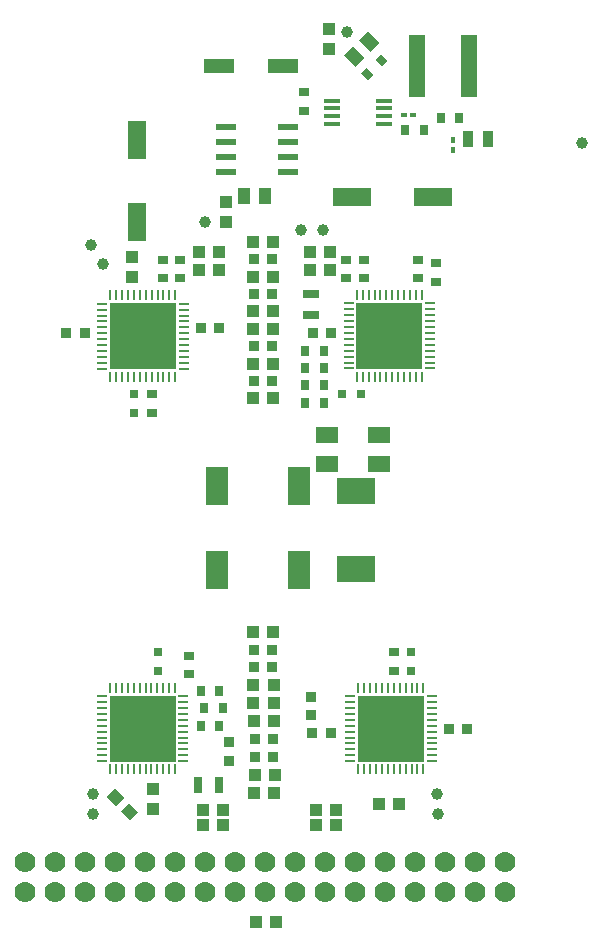
<source format=gts>
G04 #@! TF.GenerationSoftware,KiCad,Pcbnew,(5.1.9)-1*
G04 #@! TF.CreationDate,2021-04-21T23:02:33-04:00*
G04 #@! TF.ProjectId,RoboRIO-IO-Link-Master,526f626f-5249-44f2-9d49-4f2d4c696e6b,rev?*
G04 #@! TF.SameCoordinates,Original*
G04 #@! TF.FileFunction,Soldermask,Top*
G04 #@! TF.FilePolarity,Negative*
%FSLAX46Y46*%
G04 Gerber Fmt 4.6, Leading zero omitted, Abs format (unit mm)*
G04 Created by KiCad (PCBNEW (5.1.9)-1) date 2021-04-21 23:02:33*
%MOMM*%
%LPD*%
G01*
G04 APERTURE LIST*
%ADD10R,0.812800X0.762000*%
%ADD11R,3.251200X2.235200*%
%ADD12R,1.879600X3.251200*%
%ADD13R,1.900000X1.400000*%
%ADD14R,5.588000X5.588000*%
%ADD15R,0.203200X0.812800*%
%ADD16R,0.812800X0.203200*%
%ADD17R,1.371600X0.457200*%
%ADD18R,1.651000X0.558800*%
%ADD19R,1.450000X0.803200*%
%ADD20R,0.762000X0.812800*%
%ADD21R,0.803200X1.450000*%
%ADD22R,0.812800X1.346200*%
%ADD23R,1.397000X5.308600*%
%ADD24R,0.870000X0.930000*%
%ADD25R,0.800000X0.655600*%
%ADD26R,1.000000X1.100000*%
%ADD27R,0.655600X0.800000*%
%ADD28R,0.930000X0.870000*%
%ADD29C,0.100000*%
%ADD30R,1.100000X1.000000*%
%ADD31R,1.066800X1.397000*%
%ADD32R,3.302000X1.498600*%
%ADD33R,1.498600X3.302000*%
%ADD34R,0.300000X0.505600*%
%ADD35R,0.505600X0.300000*%
%ADD36R,2.616200X1.219200*%
%ADD37C,1.000000*%
%ADD38R,0.930000X0.910000*%
%ADD39C,1.778000*%
G04 APERTURE END LIST*
D10*
X45923200Y-96939100D03*
X45923200Y-95389700D03*
X66421000Y-117233700D03*
X66421000Y-118783100D03*
D11*
X63246000Y-110185200D03*
X63246000Y-103555800D03*
D12*
X58420000Y-110236000D03*
X51435000Y-110236000D03*
X58420000Y-103187500D03*
X51435000Y-103187500D03*
D13*
X65192000Y-101250600D03*
X60792000Y-101250600D03*
X60792000Y-98850600D03*
X65192000Y-98850600D03*
D14*
X45161200Y-90474800D03*
D15*
X47911200Y-93929200D03*
X47411201Y-93929200D03*
X46911199Y-93929200D03*
X46411200Y-93929200D03*
X45911201Y-93929200D03*
X45411200Y-93929200D03*
X44911200Y-93929200D03*
X44411199Y-93929200D03*
X43911200Y-93929200D03*
X43411201Y-93929200D03*
X42911199Y-93929200D03*
X42411200Y-93929200D03*
D16*
X41706800Y-93224800D03*
X41706800Y-92724801D03*
X41706800Y-92224799D03*
X41706800Y-91724800D03*
X41706800Y-91224801D03*
X41706800Y-90724800D03*
X41706800Y-90224800D03*
X41706800Y-89724799D03*
X41706800Y-89224800D03*
X41706800Y-88724801D03*
X41706800Y-88224799D03*
X41706800Y-87724800D03*
D15*
X42411200Y-87020400D03*
X42911199Y-87020400D03*
X43411201Y-87020400D03*
X43911200Y-87020400D03*
X44411199Y-87020400D03*
X44911200Y-87020400D03*
X45411200Y-87020400D03*
X45911201Y-87020400D03*
X46411200Y-87020400D03*
X46911199Y-87020400D03*
X47411201Y-87020400D03*
X47911200Y-87020400D03*
D16*
X48615600Y-87724800D03*
X48615600Y-88224799D03*
X48615600Y-88724801D03*
X48615600Y-89224800D03*
X48615600Y-89724799D03*
X48615600Y-90224800D03*
X48615600Y-90724800D03*
X48615600Y-91224801D03*
X48615600Y-91724800D03*
X48615600Y-92224799D03*
X48615600Y-92724801D03*
X48615600Y-93224800D03*
D14*
X66040000Y-90449400D03*
D15*
X68790000Y-93903800D03*
X68290001Y-93903800D03*
X67789999Y-93903800D03*
X67290000Y-93903800D03*
X66790001Y-93903800D03*
X66290000Y-93903800D03*
X65790000Y-93903800D03*
X65289999Y-93903800D03*
X64790000Y-93903800D03*
X64290001Y-93903800D03*
X63789999Y-93903800D03*
X63290000Y-93903800D03*
D16*
X62585600Y-93199400D03*
X62585600Y-92699401D03*
X62585600Y-92199399D03*
X62585600Y-91699400D03*
X62585600Y-91199401D03*
X62585600Y-90699400D03*
X62585600Y-90199400D03*
X62585600Y-89699399D03*
X62585600Y-89199400D03*
X62585600Y-88699401D03*
X62585600Y-88199399D03*
X62585600Y-87699400D03*
D15*
X63290000Y-86995000D03*
X63789999Y-86995000D03*
X64290001Y-86995000D03*
X64790000Y-86995000D03*
X65289999Y-86995000D03*
X65790000Y-86995000D03*
X66290000Y-86995000D03*
X66790001Y-86995000D03*
X67290000Y-86995000D03*
X67789999Y-86995000D03*
X68290001Y-86995000D03*
X68790000Y-86995000D03*
D16*
X69494400Y-87699400D03*
X69494400Y-88199399D03*
X69494400Y-88699401D03*
X69494400Y-89199400D03*
X69494400Y-89699399D03*
X69494400Y-90199400D03*
X69494400Y-90699400D03*
X69494400Y-91199401D03*
X69494400Y-91699400D03*
X69494400Y-92199399D03*
X69494400Y-92699401D03*
X69494400Y-93199400D03*
D14*
X45148500Y-123698000D03*
D15*
X42398500Y-120243600D03*
X42898499Y-120243600D03*
X43398501Y-120243600D03*
X43898500Y-120243600D03*
X44398499Y-120243600D03*
X44898500Y-120243600D03*
X45398500Y-120243600D03*
X45898501Y-120243600D03*
X46398500Y-120243600D03*
X46898499Y-120243600D03*
X47398501Y-120243600D03*
X47898500Y-120243600D03*
D16*
X48602900Y-120948000D03*
X48602900Y-121447999D03*
X48602900Y-121948001D03*
X48602900Y-122448000D03*
X48602900Y-122947999D03*
X48602900Y-123448000D03*
X48602900Y-123948000D03*
X48602900Y-124448001D03*
X48602900Y-124948000D03*
X48602900Y-125447999D03*
X48602900Y-125948001D03*
X48602900Y-126448000D03*
D15*
X47898500Y-127152400D03*
X47398501Y-127152400D03*
X46898499Y-127152400D03*
X46398500Y-127152400D03*
X45898501Y-127152400D03*
X45398500Y-127152400D03*
X44898500Y-127152400D03*
X44398499Y-127152400D03*
X43898500Y-127152400D03*
X43398501Y-127152400D03*
X42898499Y-127152400D03*
X42398500Y-127152400D03*
D16*
X41694100Y-126448000D03*
X41694100Y-125948001D03*
X41694100Y-125447999D03*
X41694100Y-124948000D03*
X41694100Y-124448001D03*
X41694100Y-123948000D03*
X41694100Y-123448000D03*
X41694100Y-122947999D03*
X41694100Y-122448000D03*
X41694100Y-121948001D03*
X41694100Y-121447999D03*
X41694100Y-120948000D03*
D14*
X66167000Y-123698000D03*
D15*
X63417000Y-120243600D03*
X63916999Y-120243600D03*
X64417001Y-120243600D03*
X64917000Y-120243600D03*
X65416999Y-120243600D03*
X65917000Y-120243600D03*
X66417000Y-120243600D03*
X66917001Y-120243600D03*
X67417000Y-120243600D03*
X67916999Y-120243600D03*
X68417001Y-120243600D03*
X68917000Y-120243600D03*
D16*
X69621400Y-120948000D03*
X69621400Y-121447999D03*
X69621400Y-121948001D03*
X69621400Y-122448000D03*
X69621400Y-122947999D03*
X69621400Y-123448000D03*
X69621400Y-123948000D03*
X69621400Y-124448001D03*
X69621400Y-124948000D03*
X69621400Y-125447999D03*
X69621400Y-125948001D03*
X69621400Y-126448000D03*
D15*
X68917000Y-127152400D03*
X68417001Y-127152400D03*
X67916999Y-127152400D03*
X67417000Y-127152400D03*
X66917001Y-127152400D03*
X66417000Y-127152400D03*
X65917000Y-127152400D03*
X65416999Y-127152400D03*
X64917000Y-127152400D03*
X64417001Y-127152400D03*
X63916999Y-127152400D03*
X63417000Y-127152400D03*
D16*
X62712600Y-126448000D03*
X62712600Y-125948001D03*
X62712600Y-125447999D03*
X62712600Y-124948000D03*
X62712600Y-124448001D03*
X62712600Y-123948000D03*
X62712600Y-123448000D03*
X62712600Y-122947999D03*
X62712600Y-122448000D03*
X62712600Y-121948001D03*
X62712600Y-121447999D03*
X62712600Y-120948000D03*
D17*
X61175900Y-72475999D03*
X61175900Y-71826001D03*
X61175900Y-71175999D03*
X61175900Y-70526001D03*
X65570100Y-70526001D03*
X65570100Y-71175999D03*
X65570100Y-71826001D03*
X65570100Y-72475999D03*
D18*
X52235100Y-76581000D03*
X52235100Y-75311000D03*
X52235100Y-74041000D03*
X52235100Y-72771000D03*
X57492900Y-72771000D03*
X57492900Y-74041000D03*
X57492900Y-75311000D03*
X57492900Y-76581000D03*
D10*
X46837600Y-84010500D03*
X46837600Y-85559900D03*
X48310800Y-84010500D03*
X48310800Y-85559900D03*
D19*
X59385200Y-86880800D03*
X59385200Y-88684000D03*
D20*
X60464700Y-91694000D03*
X58915300Y-91694000D03*
X60464700Y-93167200D03*
X58915300Y-93167200D03*
X60464700Y-94640400D03*
X58915300Y-94640400D03*
X60464700Y-96113600D03*
X58915300Y-96113600D03*
D10*
X62382400Y-84010500D03*
X62382400Y-85559900D03*
X63855600Y-84010500D03*
X63855600Y-85559900D03*
X68478400Y-84010500D03*
X68478400Y-85559900D03*
X69951600Y-84315300D03*
X69951600Y-85864700D03*
D21*
X49796800Y-128473200D03*
X51600000Y-128473200D03*
D20*
X50076100Y-123444000D03*
X51625500Y-123444000D03*
X50380900Y-121970800D03*
X51930300Y-121970800D03*
X50076100Y-120497600D03*
X51625500Y-120497600D03*
D10*
X49072800Y-119087900D03*
X49072800Y-117538500D03*
D22*
X74409300Y-73761600D03*
X72707500Y-73761600D03*
D20*
X68948300Y-73050400D03*
X67398900Y-73050400D03*
D10*
X58775600Y-71386700D03*
X58775600Y-69837300D03*
D20*
X71945500Y-71983600D03*
X70396100Y-71983600D03*
D23*
X72809100Y-67564000D03*
X68414900Y-67564000D03*
D24*
X40251600Y-90170000D03*
X38691600Y-90170000D03*
D25*
X44424600Y-96992200D03*
X44424600Y-95336600D03*
D26*
X44246800Y-83732000D03*
X44246800Y-85432000D03*
D24*
X50070800Y-89763600D03*
X51630800Y-89763600D03*
X61130400Y-90220800D03*
X59570400Y-90220800D03*
D27*
X62011800Y-95351600D03*
X63667400Y-95351600D03*
D28*
X52476400Y-124848400D03*
X52476400Y-126408400D03*
D25*
X46431200Y-117180600D03*
X46431200Y-118836200D03*
D26*
X46024800Y-130478000D03*
X46024800Y-128778000D03*
D29*
G36*
X43292579Y-130664486D02*
G01*
X43999686Y-129957379D01*
X44777503Y-130735196D01*
X44070396Y-131442303D01*
X43292579Y-130664486D01*
G37*
G36*
X42090497Y-129462404D02*
G01*
X42797604Y-128755297D01*
X43575421Y-129533114D01*
X42868314Y-130240221D01*
X42090497Y-129462404D01*
G37*
D24*
X71069200Y-123748800D03*
X72629200Y-123748800D03*
D25*
X67894200Y-118836200D03*
X67894200Y-117180600D03*
D30*
X65190000Y-130048000D03*
X66890000Y-130048000D03*
D28*
X59436000Y-120987600D03*
X59436000Y-122547600D03*
D24*
X61061600Y-124053600D03*
X59501600Y-124053600D03*
D31*
X53746400Y-78587600D03*
X55549800Y-78587600D03*
D32*
X69748400Y-78676500D03*
X62839600Y-78676500D03*
D33*
X44704000Y-73888600D03*
X44704000Y-80797400D03*
D34*
X71424800Y-74672400D03*
X71424800Y-73866800D03*
D35*
X68068400Y-71780400D03*
X67262800Y-71780400D03*
D29*
G36*
X64444841Y-66400487D02*
G01*
X63457013Y-65412659D01*
X64211355Y-64658317D01*
X65199183Y-65646145D01*
X64444841Y-66400487D01*
G37*
G36*
X63169645Y-67675683D02*
G01*
X62181817Y-66687855D01*
X62936159Y-65933513D01*
X63923987Y-66921341D01*
X63169645Y-67675683D01*
G37*
G36*
X65406396Y-67620289D02*
G01*
X64840711Y-67054604D01*
X65304290Y-66591025D01*
X65869975Y-67156710D01*
X65406396Y-67620289D01*
G37*
G36*
X64235710Y-68790975D02*
G01*
X63670025Y-68225290D01*
X64133604Y-67761711D01*
X64699289Y-68327396D01*
X64235710Y-68790975D01*
G37*
D36*
X51650900Y-67564000D03*
X57061100Y-67564000D03*
D37*
X82372200Y-74142600D03*
X62484000Y-64719200D03*
X50444400Y-80772000D03*
X70154800Y-130937000D03*
X70104000Y-129235200D03*
X40944800Y-129235200D03*
X40944800Y-130911600D03*
X60401200Y-81483200D03*
X58572400Y-81483200D03*
X41808400Y-84378800D03*
X40741600Y-82753200D03*
D30*
X54762400Y-140106400D03*
X56462400Y-140106400D03*
D26*
X60960000Y-66165200D03*
X60960000Y-64465200D03*
X52171600Y-80795600D03*
X52171600Y-79095600D03*
D30*
X56184800Y-115519200D03*
X54484800Y-115519200D03*
D38*
X56134000Y-117043200D03*
X54614000Y-117043200D03*
X56134000Y-118516400D03*
X54614000Y-118516400D03*
D30*
X56235600Y-120040400D03*
X54535600Y-120040400D03*
X56235600Y-121564400D03*
X54535600Y-121564400D03*
X61518800Y-130556000D03*
X59818800Y-130556000D03*
X56184800Y-82473800D03*
X54484800Y-82473800D03*
D38*
X56079200Y-83947000D03*
X54559200Y-83947000D03*
X56079200Y-86893400D03*
X54559200Y-86893400D03*
D30*
X56183000Y-85420200D03*
X54483000Y-85420200D03*
X56157600Y-88366600D03*
X54457600Y-88366600D03*
X60983600Y-83362800D03*
X59283600Y-83362800D03*
X61010800Y-84836000D03*
X59310800Y-84836000D03*
X56183000Y-89839800D03*
X54483000Y-89839800D03*
D38*
X56079200Y-91313000D03*
X54559200Y-91313000D03*
X56079200Y-94259400D03*
X54559200Y-94259400D03*
D30*
X56157600Y-92786200D03*
X54457600Y-92786200D03*
X56183000Y-95732600D03*
X54483000Y-95732600D03*
X49885600Y-83362800D03*
X51585600Y-83362800D03*
X49885600Y-84836000D03*
X51585600Y-84836000D03*
D39*
X35179000Y-137541000D03*
X35179000Y-135001000D03*
X75819000Y-137541000D03*
X75819000Y-135001000D03*
X37719000Y-135001000D03*
X37719000Y-137541000D03*
X40259000Y-135001000D03*
X40259000Y-137541000D03*
X42799000Y-137541000D03*
X42799000Y-135001000D03*
X52959000Y-137541000D03*
X47879000Y-135001000D03*
X52959000Y-135001000D03*
X50419000Y-137541000D03*
X45339000Y-137541000D03*
X50419000Y-135001000D03*
X45339000Y-135001000D03*
X47879000Y-137541000D03*
X63119000Y-137541000D03*
X58039000Y-135001000D03*
X63119000Y-135001000D03*
X60579000Y-137541000D03*
X55499000Y-137541000D03*
X60579000Y-135001000D03*
X55499000Y-135001000D03*
X58039000Y-137541000D03*
X68199000Y-137541000D03*
X65659000Y-135001000D03*
X65659000Y-137541000D03*
X68199000Y-135001000D03*
X73279000Y-137541000D03*
X70739000Y-135001000D03*
X70739000Y-137541000D03*
X73279000Y-135001000D03*
D30*
X50292000Y-131876800D03*
X51992000Y-131876800D03*
X50292000Y-130556000D03*
X51992000Y-130556000D03*
X56272800Y-123088400D03*
X54572800Y-123088400D03*
D38*
X56184800Y-124612400D03*
X54664800Y-124612400D03*
X56184800Y-126136400D03*
X54664800Y-126136400D03*
D30*
X56337200Y-127660400D03*
X54637200Y-127660400D03*
X56286400Y-129184400D03*
X54586400Y-129184400D03*
X61518800Y-131876800D03*
X59818800Y-131876800D03*
M02*

</source>
